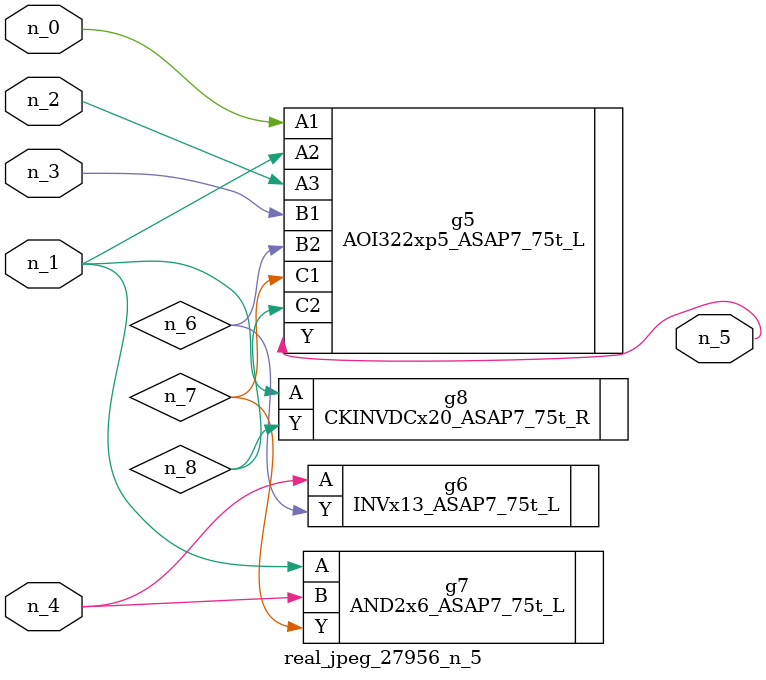
<source format=v>
module real_jpeg_27956_n_5 (n_4, n_0, n_1, n_2, n_3, n_5);

input n_4;
input n_0;
input n_1;
input n_2;
input n_3;

output n_5;

wire n_8;
wire n_6;
wire n_7;

AOI322xp5_ASAP7_75t_L g5 ( 
.A1(n_0),
.A2(n_1),
.A3(n_2),
.B1(n_3),
.B2(n_6),
.C1(n_7),
.C2(n_8),
.Y(n_5)
);

AND2x6_ASAP7_75t_L g7 ( 
.A(n_1),
.B(n_4),
.Y(n_7)
);

CKINVDCx20_ASAP7_75t_R g8 ( 
.A(n_1),
.Y(n_8)
);

INVx13_ASAP7_75t_L g6 ( 
.A(n_4),
.Y(n_6)
);


endmodule
</source>
